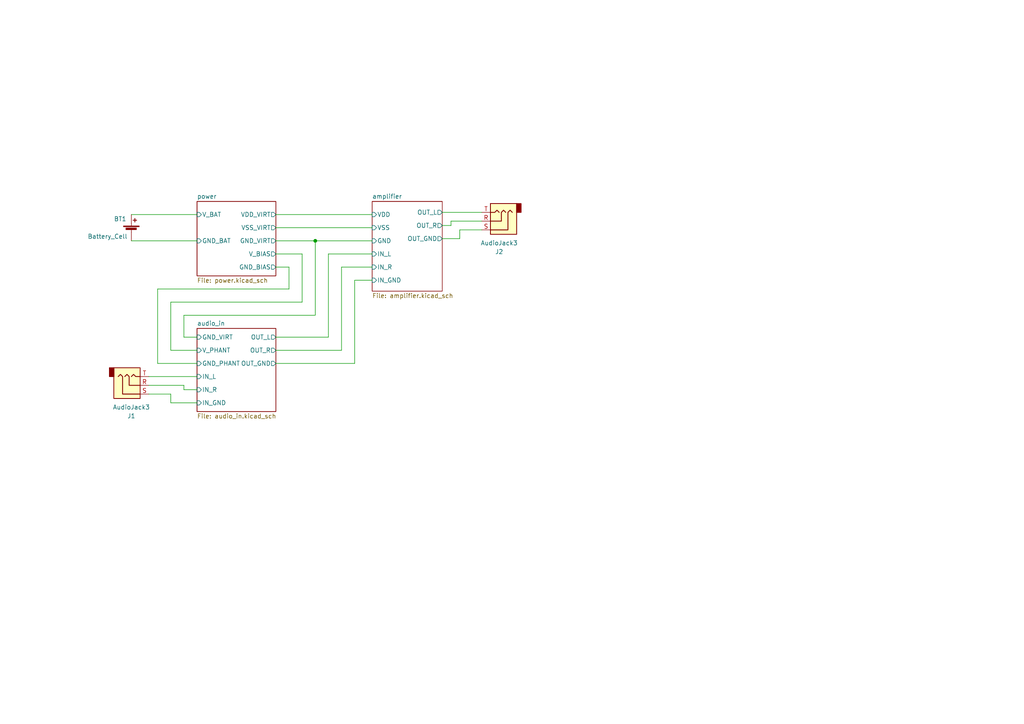
<source format=kicad_sch>
(kicad_sch (version 20211123) (generator eeschema)
  (paper "A4")
  (lib_symbols
    (symbol "Connector:AudioJack3"
      (property "Reference" "J" (at 0 8.89 0))
      (property "Value" "AudioJack3" (at 0 6.35 0))
      (symbol "AudioJack3_0_1"
        (rectangle (start -5.08 -5.08) (end -6.35 -2.54) (stroke (width 0.254)) (fill (type outline)))
        (polyline (pts (xy 0 -2.54) (xy 0.635 -3.175) (xy 1.27 -2.54) (xy 2.54 -2.54)) (stroke (width 0.254)))
        (polyline (pts (xy -1.905 -2.54) (xy -1.27 -3.175) (xy -0.635 -2.54) (xy -0.635 0) (xy 2.54 0)) (stroke (width 0.254)))
        (polyline (pts (xy 2.54 2.54) (xy -2.54 2.54) (xy -2.54 -2.54) (xy -3.175 -3.175) (xy -3.81 -2.54)) (stroke (width 0.254)))
        (rectangle (start 2.54 3.81) (end -5.08 -5.08) (stroke (width 0.254)) (fill (type background)))
      )
      (symbol "AudioJack3_1_1"
        (pin passive line (at 5.08 0 180) (length 2.54) (name "~") (number "R"))
        (pin passive line (at 5.08 2.54 180) (length 2.54) (name "~") (number "S"))
        (pin passive line (at 5.08 -2.54 180) (length 2.54) (name "~") (number "T"))
      )
    )
    (symbol "Device:Battery_Cell" (pin_numbers hide) (pin_names (offset 0) hide)
      (property "Reference" "BT" (at 2.54 2.54 0))
      (property "Value" "Battery_Cell" (at 2.54 0 0))
      (symbol "Battery_Cell_0_1"
        (rectangle (start -2.286 1.778) (end 2.286 1.524) (fill (type outline)))
        (rectangle (start -1.5748 1.1938) (end 1.4732 0.6858) (fill (type outline)))
        (polyline (pts (xy 0 0.762) (xy 0 0)))
        (polyline (pts (xy 0 1.778) (xy 0 2.54)))
        (polyline (pts (xy 0.508 3.429) (xy 1.524 3.429)) (stroke (width 0.254)))
        (polyline (pts (xy 1.016 3.937) (xy 1.016 2.921)) (stroke (width 0.254)))
      )
      (symbol "Battery_Cell_1_1"
        (pin passive line (at 0 5.08 270) (length 2.54) (name "+") (number "1"))
        (pin passive line (at 0 -2.54 90) (length 2.54) (name "-") (number "2"))
      )
    )
  )
  (junction (at 91.44 69.85))
  (wire (pts (xy 128.27 61.595) (xy 139.7 61.595)))
  (wire (pts (xy 80.01 105.41) (xy 102.87 105.41)))
  (wire (pts (xy 57.15 105.41) (xy 45.72 105.41)))
  (wire (pts (xy 128.27 65.405) (xy 130.81 65.405)))
  (wire (pts (xy 91.44 69.85) (xy 91.44 91.44)))
  (wire (pts (xy 83.82 77.47) (xy 83.82 83.82)))
  (wire (pts (xy 57.15 97.79) (xy 53.34 97.79)))
  (wire (pts (xy 95.25 73.66) (xy 107.95 73.66)))
  (wire (pts (xy 53.34 113.03) (xy 53.34 111.76)))
  (wire (pts (xy 133.35 66.675) (xy 139.7 66.675)))
  (wire (pts (xy 99.06 77.47) (xy 107.95 77.47)))
  (wire (pts (xy 87.63 87.63) (xy 87.63 73.66)))
  (wire (pts (xy 45.72 83.82) (xy 83.82 83.82)))
  (wire (pts (xy 130.81 65.405) (xy 130.81 64.135)))
  (wire (pts (xy 57.15 116.84) (xy 49.53 116.84)))
  (wire (pts (xy 80.01 97.79) (xy 95.25 97.79)))
  (wire (pts (xy 49.53 101.6) (xy 57.15 101.6)))
  (wire (pts (xy 53.34 111.76) (xy 43.18 111.76)))
  (wire (pts (xy 99.06 101.6) (xy 99.06 77.47)))
  (wire (pts (xy 49.53 87.63) (xy 87.63 87.63)))
  (wire (pts (xy 102.87 81.28) (xy 107.95 81.28)))
  (wire (pts (xy 45.72 105.41) (xy 45.72 83.82)))
  (wire (pts (xy 80.01 73.66) (xy 87.63 73.66)))
  (wire (pts (xy 102.87 105.41) (xy 102.87 81.28)))
  (wire (pts (xy 38.1 69.85) (xy 57.15 69.85)))
  (wire (pts (xy 133.35 69.215) (xy 133.35 66.675)))
  (wire (pts (xy 53.34 97.79) (xy 53.34 91.44)))
  (wire (pts (xy 80.01 69.85) (xy 91.44 69.85)))
  (wire (pts (xy 80.01 101.6) (xy 99.06 101.6)))
  (wire (pts (xy 57.15 113.03) (xy 53.34 113.03)))
  (wire (pts (xy 130.81 64.135) (xy 139.7 64.135)))
  (wire (pts (xy 43.18 109.22) (xy 57.15 109.22)))
  (wire (pts (xy 53.34 91.44) (xy 91.44 91.44)))
  (wire (pts (xy 80.01 77.47) (xy 83.82 77.47)))
  (wire (pts (xy 80.01 66.04) (xy 107.95 66.04)))
  (wire (pts (xy 95.25 97.79) (xy 95.25 73.66)))
  (wire (pts (xy 91.44 69.85) (xy 107.95 69.85)))
  (wire (pts (xy 80.01 62.23) (xy 107.95 62.23)))
  (wire (pts (xy 49.53 114.3) (xy 43.18 114.3)))
  (wire (pts (xy 128.27 69.215) (xy 133.35 69.215)))
  (wire (pts (xy 49.53 101.6) (xy 49.53 87.63)))
  (wire (pts (xy 49.53 116.84) (xy 49.53 114.3)))
  (wire (pts (xy 38.1 62.23) (xy 57.15 62.23)))
  (symbol (lib_id "Device:Battery_Cell") (at 38.1 67.31 0) (unit 1)
    (property "Reference" "BT1" (at 33.02 63.5 0) (effects (justify left)))
    (property "Value" "Battery_Cell" (at 25.4 68.58 0) (effects (justify left)))
    (property "Footprint" "Battery:BatteryHolder_Eagle_12BH611-GR" (effects hide))
  )
  (symbol (lib_id "Connector:AudioJack3") (at 144.78 64.135 180) (unit 1)
    (property "Reference" "J2" (at 144.78 73.025 0))
    (property "Value" "AudioJack3" (at 144.78 70.485 0))
    (property "Footprint" "Connector_Audio:Jack_3.5mm_CUI_SJ1-3533NG_Horizontal" (effects hide))
  )
  (symbol (lib_id "Connector:AudioJack3") (at 38.1 111.76 0) (mirror x) (unit 1)
    (property "Reference" "J1" (at 38.1 120.65 0))
    (property "Value" "AudioJack3" (at 38.1 118.11 0))
    (property "Footprint" "Connector_Audio:Jack_3.5mm_CUI_SJ1-3533NG_Horizontal" (effects hide))
  )
  (sheet (at 57.15 58.42) (size 22.86 21.59) (stroke (width 0.1524))
    (property "Sheet name" "power" (at 57.15 57.7084 0) (effects (justify left bottom)))
    (property "Sheet file" "power.kicad_sch" (at 57.15 80.5946 0) (effects (justify left top)))
    (pin "V_BAT" input (at 57.15 62.23 180))
    (pin "GND_BAT" input (at 57.15 69.85 180))
    (pin "VSS_VIRT" output (at 80.01 66.04 0))
    (pin "VDD_VIRT" output (at 80.01 62.23 0))
    (pin "GND_VIRT" output (at 80.01 69.85 0))
    (pin "V_BIAS" output (at 80.01 73.66 0))
    (pin "GND_BIAS" output (at 80.01 77.47 0))
  )
  (sheet (at 107.95 58.42) (size 20.32 26.035) (stroke (width 0.1524))
    (property "Sheet name" "amplifier" (at 107.95 57.7084 0) (effects (justify left bottom)))
    (property "Sheet file" "amplifier.kicad_sch" (at 107.95 85.0396 0) (effects (justify left top)))
    (pin "IN_L" input (at 107.95 73.66 180))
    (pin "OUT_L" output (at 128.27 61.595 0))
    (pin "OUT_R" output (at 128.27 65.405 0))
    (pin "OUT_GND" output (at 128.27 69.215 0))
    (pin "VDD" input (at 107.95 62.23 180))
    (pin "VSS" input (at 107.95 66.04 180))
    (pin "GND" input (at 107.95 69.85 180))
    (pin "IN_R" input (at 107.95 77.47 180))
    (pin "IN_GND" input (at 107.95 81.28 180))
  )
  (sheet (at 57.15 95.25) (size 22.86 24.13) (stroke (width 0.1524))
    (property "Sheet name" "audio_in" (at 57.15 94.5384 0) (effects (justify left bottom)))
    (property "Sheet file" "audio_in.kicad_sch" (at 57.15 119.9646 0) (effects (justify left top)))
    (pin "GND_PHANT" input (at 57.15 105.41 180))
    (pin "V_PHANT" input (at 57.15 101.6 180))
    (pin "IN_R" input (at 57.15 113.03 180))
    (pin "IN_L" input (at 57.15 109.22 180))
    (pin "IN_GND" input (at 57.15 116.84 180))
    (pin "OUT_L" output (at 80.01 97.79 0))
    (pin "OUT_R" output (at 80.01 101.6 0))
    (pin "OUT_GND" output (at 80.01 105.41 0))
    (pin "GND_VIRT" input (at 57.15 97.79 180))
  )
)
</source>
